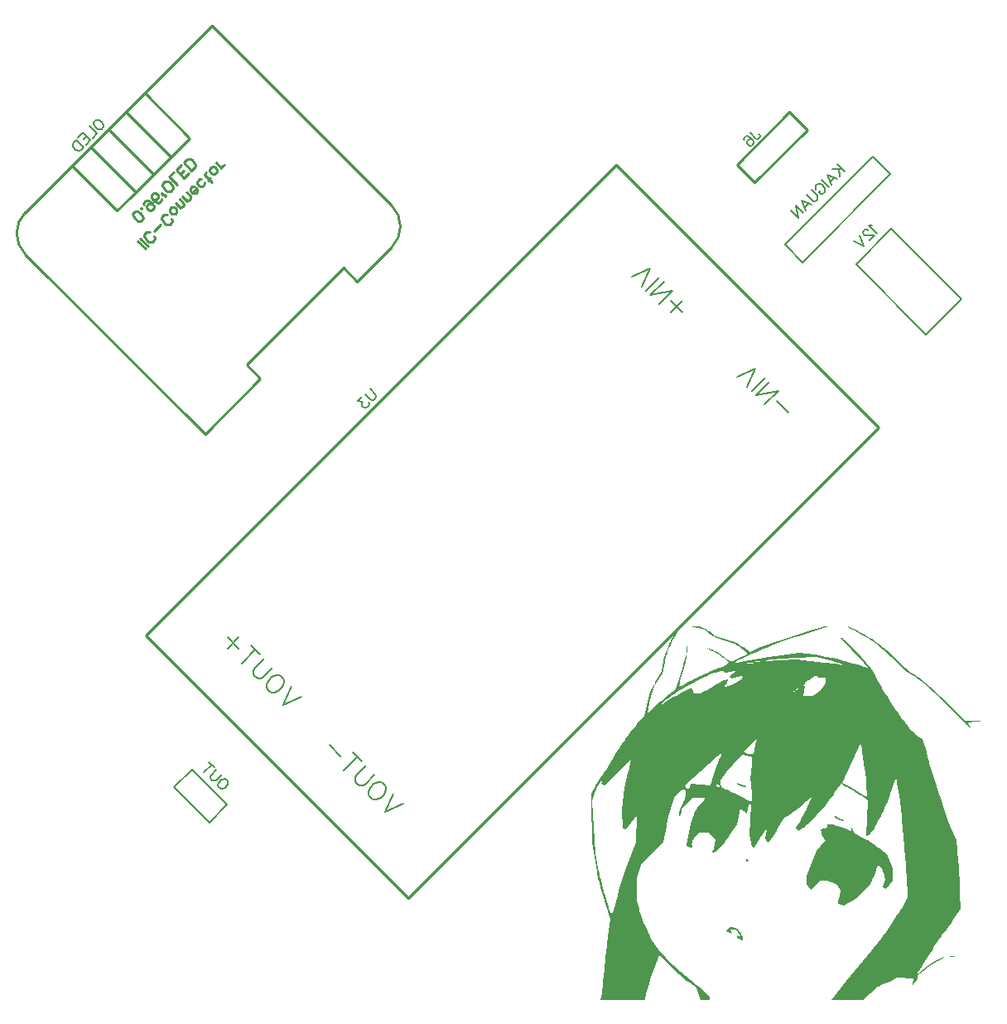
<source format=gbo>
G04 Layer: BottomSilkscreenLayer*
G04 EasyEDA v6.5.9, 2022-07-20 21:00:06*
G04 675a4c6cb2ae45bbbec233c6ba45e6eb,48182110fa554b5a8835cd683ef60cbf,10*
G04 Gerber Generator version 0.2*
G04 Scale: 100 percent, Rotated: No, Reflected: No *
G04 Dimensions in millimeters *
G04 leading zeros omitted , absolute positions ,4 integer and 5 decimal *
%FSLAX45Y45*%
%MOMM*%

%ADD10C,0.1524*%
%ADD11C,0.2500*%
%ADD12C,0.2032*%
%ADD13C,0.1999*%
%ADD14C,0.2540*%
%ADD15C,0.0141*%

%LPD*%
G36*
X1843532Y-1109726D02*
G01*
X1840230Y-1110284D01*
X1836572Y-1111961D01*
X1832660Y-1114653D01*
X1828444Y-1118311D01*
X1823974Y-1122984D01*
X1819249Y-1128522D01*
X1814271Y-1134973D01*
X1809140Y-1142187D01*
X1803806Y-1150213D01*
X1792681Y-1168349D01*
X1781098Y-1189024D01*
X1769160Y-1211884D01*
X1757121Y-1236573D01*
X1745030Y-1262634D01*
X1733143Y-1289812D01*
X1721612Y-1317701D01*
X1710588Y-1345895D01*
X1697786Y-1381099D01*
X1688490Y-1408734D01*
X1680260Y-1435557D01*
X1673199Y-1461109D01*
X1667510Y-1485138D01*
X1665274Y-1496415D01*
X1661566Y-1519174D01*
X1659077Y-1532839D01*
X1656130Y-1546148D01*
X1652879Y-1558848D01*
X1649323Y-1570482D01*
X1645666Y-1580743D01*
X1641957Y-1589328D01*
X1640179Y-1592834D01*
X1638350Y-1595831D01*
X1631442Y-1605280D01*
X1626870Y-1612239D01*
X1615744Y-1630578D01*
X1602740Y-1653387D01*
X1588770Y-1678939D01*
X1581759Y-1692198D01*
X1536649Y-1779828D01*
X1477568Y-2020570D01*
X1401267Y-2107742D01*
X1387906Y-2123694D01*
X1374089Y-2140610D01*
X1359916Y-2158390D01*
X1330756Y-2196439D01*
X1315923Y-2216454D01*
X1293368Y-2247544D01*
X1278280Y-2268829D01*
X1248257Y-2312416D01*
X1222400Y-2351227D01*
X1196822Y-2390952D01*
X2494788Y-2390952D01*
X2623261Y-2264816D01*
X2610459Y-2320391D01*
X2598064Y-2378608D01*
X2590495Y-2416657D01*
X2562402Y-2416454D01*
X2556357Y-2416149D01*
X2549956Y-2415387D01*
X2543352Y-2414168D01*
X2536799Y-2412593D01*
X2530398Y-2410714D01*
X2524455Y-2408529D01*
X2519121Y-2406142D01*
X2514549Y-2403602D01*
X2494788Y-2390952D01*
X1196822Y-2390952D01*
X1183436Y-2412339D01*
X1160119Y-2450642D01*
X1127201Y-2506675D01*
X1112062Y-2531516D01*
X1092657Y-2562148D01*
X1077468Y-2585262D01*
X1063244Y-2606141D01*
X1050594Y-2623870D01*
X1039571Y-2638247D01*
X1026972Y-2655417D01*
X1013663Y-2675280D01*
X1006906Y-2685796D01*
X990549Y-2712821D01*
X978712Y-2733903D01*
X973480Y-2743860D01*
X937006Y-2819298D01*
X937748Y-2895701D01*
X944676Y-2895701D01*
X960780Y-2837383D01*
X965200Y-2823311D01*
X970229Y-2808935D01*
X975664Y-2794457D01*
X981557Y-2780131D01*
X987653Y-2766110D01*
X994003Y-2752598D01*
X1000455Y-2739745D01*
X1006856Y-2727756D01*
X1013206Y-2716885D01*
X1019352Y-2707182D01*
X1025245Y-2699004D01*
X1030732Y-2692400D01*
X1035761Y-2687624D01*
X1038098Y-2685999D01*
X1053693Y-2676347D01*
X1037183Y-2719425D01*
X1065276Y-2736799D01*
X1342948Y-2462834D01*
X1319123Y-2554071D01*
X1304493Y-2612948D01*
X1298143Y-2639822D01*
X1287119Y-2689656D01*
X1281226Y-2718765D01*
X1277675Y-2737662D01*
X1893316Y-2737662D01*
X2133701Y-2515971D01*
X2186127Y-2468422D01*
X2206701Y-2450338D01*
X2223719Y-2435961D01*
X2230983Y-2430119D01*
X2243074Y-2421178D01*
X2247950Y-2418029D01*
X2252116Y-2415743D01*
X2255570Y-2414320D01*
X2258314Y-2413711D01*
X2260447Y-2413965D01*
X2261870Y-2415082D01*
X2262733Y-2416962D01*
X2262936Y-2419705D01*
X2262632Y-2423210D01*
X2260346Y-2432558D01*
X2256078Y-2445004D01*
X2249982Y-2460447D01*
X2222804Y-2524404D01*
X2212238Y-2550515D01*
X2201976Y-2577033D01*
X2192426Y-2603042D01*
X2183942Y-2627477D01*
X2176830Y-2649372D01*
X2171547Y-2667660D01*
X2167336Y-2684272D01*
X2250541Y-2684272D01*
X2342032Y-2569362D01*
X2361133Y-2546197D01*
X2380183Y-2523744D01*
X2398420Y-2502763D01*
X2415133Y-2484170D01*
X2429611Y-2468676D01*
X2441194Y-2457145D01*
X2481580Y-2420721D01*
X2548077Y-2435453D01*
X2555036Y-2437485D01*
X2560828Y-2439771D01*
X2565603Y-2442616D01*
X2567584Y-2444343D01*
X2569311Y-2446274D01*
X2570835Y-2448407D01*
X2572156Y-2450896D01*
X2573274Y-2453640D01*
X2574848Y-2460142D01*
X2575712Y-2468270D01*
X2575915Y-2478125D01*
X2575610Y-2490063D01*
X2573477Y-2520797D01*
X2560777Y-2674061D01*
X2564738Y-2711500D01*
X3498138Y-2711500D01*
X3603955Y-2487066D01*
X3652215Y-2382875D01*
X3667099Y-2349754D01*
X3671315Y-2339949D01*
X3684778Y-2306167D01*
X3693769Y-2329637D01*
X3696106Y-2338578D01*
X3699662Y-2356358D01*
X3706520Y-2397658D01*
X3714394Y-2451100D01*
X3722624Y-2512568D01*
X3728770Y-2561336D01*
X3733698Y-2602382D01*
X3741521Y-2673604D01*
X3746906Y-2730042D01*
X3755542Y-2837535D01*
X3745585Y-2843631D01*
X3744417Y-2843936D01*
X3742639Y-2843784D01*
X3737101Y-2842310D01*
X3729380Y-2839262D01*
X3719576Y-2834843D01*
X3707993Y-2829102D01*
X3694836Y-2822194D01*
X3680358Y-2814269D01*
X3648456Y-2795828D01*
X3582060Y-2755493D01*
X3553612Y-2738678D01*
X3531057Y-2725775D01*
X3516426Y-2718003D01*
X3512718Y-2716377D01*
X3498138Y-2711500D01*
X2564738Y-2711500D01*
X2577642Y-2834843D01*
X2578608Y-2846374D01*
X2579217Y-2856636D01*
X2579420Y-2865628D01*
X2579166Y-2873349D01*
X2578354Y-2879852D01*
X2577795Y-2882646D01*
X2576118Y-2887370D01*
X2575052Y-2889300D01*
X2573832Y-2890977D01*
X2572410Y-2892348D01*
X2570835Y-2893415D01*
X2569057Y-2894279D01*
X2567076Y-2894838D01*
X2564892Y-2895142D01*
X2562504Y-2895193D01*
X2557068Y-2894482D01*
X2550668Y-2892856D01*
X2543302Y-2890215D01*
X2534920Y-2886710D01*
X2514854Y-2876956D01*
X2489962Y-2863951D01*
X2459837Y-2847848D01*
X2421890Y-2827985D01*
X2392629Y-2813253D01*
X2365908Y-2800299D01*
X2343048Y-2789732D01*
X2325471Y-2782265D01*
X2319121Y-2779877D01*
X2309723Y-2776778D01*
X2303068Y-2773984D01*
X2296718Y-2770835D01*
X2290622Y-2767330D01*
X2284933Y-2763418D01*
X2279548Y-2759202D01*
X2274570Y-2754680D01*
X2269998Y-2749905D01*
X2265832Y-2744927D01*
X2262124Y-2739694D01*
X2258923Y-2734310D01*
X2256231Y-2728722D01*
X2254046Y-2723083D01*
X2252421Y-2717292D01*
X2251405Y-2711450D01*
X2250948Y-2705557D01*
X2250541Y-2684272D01*
X2167336Y-2684272D01*
X2155560Y-2731262D01*
X2210917Y-2731262D01*
X2211933Y-2726436D01*
X2214676Y-2723032D01*
X2218690Y-2721102D01*
X2223617Y-2720644D01*
X2228951Y-2721508D01*
X2234336Y-2723845D01*
X2239264Y-2727502D01*
X2243378Y-2732582D01*
X2250948Y-2744876D01*
X2239416Y-2752039D01*
X2234488Y-2754071D01*
X2229561Y-2754528D01*
X2224786Y-2753461D01*
X2220366Y-2751074D01*
X2216556Y-2747467D01*
X2213610Y-2742895D01*
X2211628Y-2737408D01*
X2210917Y-2731262D01*
X2155560Y-2731262D01*
X2154631Y-2734970D01*
X1950770Y-2717190D01*
X1935429Y-2775864D01*
X1918919Y-2770378D01*
X1912112Y-2767126D01*
X1905863Y-2762453D01*
X1900885Y-2756966D01*
X1897837Y-2751277D01*
X1893316Y-2737662D01*
X1277675Y-2737662D01*
X1274064Y-2757932D01*
X1269593Y-2785364D01*
X1265529Y-2812897D01*
X1261872Y-2840837D01*
X1245362Y-2977692D01*
X1253845Y-3175457D01*
X1293418Y-3182010D01*
X1402791Y-3037128D01*
X1389430Y-3320948D01*
X1315516Y-3512210D01*
X1297228Y-3561079D01*
X1272794Y-3629304D01*
X1261618Y-3662121D01*
X1254455Y-3683812D01*
X1238910Y-3732987D01*
X1230426Y-3760978D01*
X1215186Y-3813505D01*
X1201318Y-3863695D01*
X1186738Y-3918305D01*
X1176934Y-3954170D01*
X1167536Y-3986479D01*
X1158900Y-4013860D01*
X1151534Y-4035094D01*
X1148435Y-4042918D01*
X1145794Y-4048760D01*
X1143711Y-4052366D01*
X1142847Y-4053281D01*
X1142136Y-4053636D01*
X1140866Y-4053027D01*
X1139342Y-4051350D01*
X1137513Y-4048658D01*
X1133195Y-4040124D01*
X1128014Y-4027881D01*
X1122019Y-4012234D01*
X1115364Y-3993489D01*
X1108151Y-3972001D01*
X1100429Y-3948074D01*
X1083970Y-3894429D01*
X1075385Y-3865270D01*
X1064564Y-3827424D01*
X1051661Y-3780739D01*
X1043279Y-3749344D01*
X1031240Y-3702710D01*
X1021994Y-3665016D01*
X1015187Y-3636060D01*
X1008989Y-3608578D01*
X1003604Y-3582873D01*
X972007Y-3426561D01*
X944676Y-2895701D01*
X937748Y-2895701D01*
X941832Y-3320948D01*
X972159Y-3510432D01*
X981405Y-3565753D01*
X989939Y-3612997D01*
X996238Y-3644900D01*
X1000607Y-3665270D01*
X1005179Y-3685286D01*
X1010056Y-3705351D01*
X1015339Y-3725875D01*
X1029106Y-3775710D01*
X1044194Y-3827068D01*
X1129639Y-4106976D01*
X1105814Y-4279442D01*
X1094740Y-4371594D01*
X1087170Y-4439259D01*
X1081125Y-4495901D01*
X1069289Y-4614672D01*
X1062939Y-4680508D01*
X1055928Y-4746447D01*
X1049121Y-4804410D01*
X1045921Y-4829352D01*
X1040130Y-4869027D01*
X1037691Y-4882946D01*
X1035608Y-4892344D01*
X1034694Y-4895189D01*
X1023467Y-4924907D01*
X1484884Y-4924907D01*
X1484934Y-4905349D01*
X1485544Y-4901184D01*
X1488389Y-4888230D01*
X1493215Y-4869738D01*
X1499768Y-4846624D01*
X1516837Y-4789728D01*
X1537462Y-4724298D01*
X1562150Y-4649063D01*
X1582978Y-4588205D01*
X1592275Y-4562144D01*
X1600504Y-4540097D01*
X1607312Y-4522978D01*
X1612493Y-4511548D01*
X1631594Y-4474464D01*
X1765757Y-4602073D01*
X1807768Y-4640783D01*
X1834388Y-4664608D01*
X1875231Y-4700270D01*
X1894027Y-4716221D01*
X1911197Y-4730445D01*
X1926336Y-4742637D01*
X1939086Y-4752390D01*
X2008378Y-4803546D01*
X2054707Y-4924907D01*
X2144928Y-4924907D01*
X2144826Y-4906314D01*
X2144064Y-4903063D01*
X2142591Y-4899355D01*
X2140356Y-4895138D01*
X2137359Y-4890465D01*
X2133650Y-4885385D01*
X2129180Y-4879797D01*
X2118055Y-4867249D01*
X2111349Y-4860290D01*
X2100021Y-4849063D01*
X2082292Y-4832451D01*
X2061718Y-4814062D01*
X2038248Y-4793945D01*
X2011883Y-4772050D01*
X1982724Y-4748479D01*
X1950770Y-4723130D01*
X1895957Y-4680153D01*
X1872335Y-4661154D01*
X1849831Y-4642662D01*
X1823212Y-4620209D01*
X1793290Y-4594047D01*
X1769821Y-4572660D01*
X1751888Y-4555744D01*
X1730451Y-4534712D01*
X1718005Y-4522114D01*
X1693976Y-4496765D01*
X1674622Y-4475327D01*
X1655775Y-4453432D01*
X1644650Y-4440072D01*
X1622552Y-4412589D01*
X1550416Y-4319879D01*
X1490827Y-4185361D01*
X1480972Y-4161840D01*
X1471117Y-4137355D01*
X1459230Y-4106316D01*
X1450187Y-4081881D01*
X1441907Y-4058412D01*
X1434592Y-4036466D01*
X1428394Y-4016705D01*
X1423568Y-3999636D01*
X1401318Y-3915003D01*
X1399032Y-3677361D01*
X1448917Y-3532174D01*
X1673961Y-3309010D01*
X1701342Y-3157524D01*
X1706778Y-3130854D01*
X1712823Y-3103118D01*
X1722780Y-3060750D01*
X1729790Y-3033064D01*
X1736801Y-3006547D01*
X1743760Y-2981909D01*
X1750466Y-2959811D01*
X1753666Y-2949905D01*
X1788769Y-2846832D01*
X1824126Y-2809951D01*
X1830730Y-2803296D01*
X1837283Y-2797302D01*
X1843684Y-2791917D01*
X1849882Y-2787192D01*
X1855927Y-2783078D01*
X1861667Y-2779725D01*
X1867103Y-2777032D01*
X1872183Y-2775051D01*
X1876907Y-2773781D01*
X1881174Y-2773222D01*
X1884984Y-2773476D01*
X1888236Y-2774442D01*
X1890979Y-2776220D01*
X1893112Y-2778760D01*
X1894586Y-2782112D01*
X1895449Y-2786278D01*
X1896414Y-2798572D01*
X1896922Y-2810205D01*
X1896821Y-2821381D01*
X1896059Y-2832252D01*
X1894687Y-2843072D01*
X1892604Y-2853944D01*
X1889810Y-2865120D01*
X1886204Y-2876702D01*
X1881733Y-2888996D01*
X1876450Y-2902102D01*
X1870252Y-2916174D01*
X1856130Y-2946603D01*
X1849577Y-2961589D01*
X1843684Y-2976118D01*
X1838502Y-2989783D01*
X1834235Y-3002229D01*
X1831035Y-3012998D01*
X1828952Y-3021736D01*
X1828241Y-3027984D01*
X1828088Y-3051860D01*
X1841296Y-3043732D01*
X1843938Y-3041497D01*
X1846427Y-3038297D01*
X1848662Y-3034284D01*
X1850643Y-3029610D01*
X1852218Y-3024378D01*
X1853438Y-3018790D01*
X1854250Y-3012998D01*
X1854504Y-3007156D01*
X1854504Y-2978708D01*
X1965604Y-2865475D01*
X2092147Y-2865475D01*
X2092147Y-2876245D01*
X2091334Y-2879140D01*
X2089099Y-2883306D01*
X2085492Y-2888589D01*
X2080768Y-2894685D01*
X2075027Y-2901492D01*
X2068474Y-2908757D01*
X2061260Y-2916326D01*
X2053488Y-2923997D01*
X2014829Y-2961030D01*
X1987499Y-3025495D01*
X1981454Y-3041548D01*
X1974697Y-3061563D01*
X1967433Y-3084728D01*
X1959864Y-3110331D01*
X1952243Y-3137458D01*
X1941322Y-3179521D01*
X1934616Y-3207207D01*
X1903171Y-3344672D01*
X1926996Y-3362096D01*
X1931974Y-3365449D01*
X1937105Y-3368294D01*
X1942236Y-3370579D01*
X1947164Y-3372307D01*
X1951786Y-3373374D01*
X1955952Y-3373780D01*
X1959457Y-3373475D01*
X1962251Y-3372408D01*
X1973732Y-3365296D01*
X1965706Y-3352292D01*
X1963928Y-3348837D01*
X1962708Y-3344976D01*
X1961845Y-3340709D01*
X1961489Y-3336086D01*
X1961540Y-3331159D01*
X1961997Y-3325977D01*
X1962810Y-3320542D01*
X1964029Y-3314903D01*
X1965604Y-3309162D01*
X1969770Y-3297377D01*
X1975205Y-3285540D01*
X1981758Y-3274009D01*
X1989328Y-3263138D01*
X1993493Y-3258007D01*
X1997811Y-3253181D01*
X2002383Y-3248710D01*
X2031085Y-3221939D01*
X2132939Y-3221939D01*
X2200452Y-3289452D01*
X2193594Y-3337509D01*
X2191410Y-3349802D01*
X2188768Y-3362147D01*
X2185873Y-3373932D01*
X2182876Y-3384550D01*
X2179929Y-3393338D01*
X2168499Y-3419957D01*
X2182114Y-3419957D01*
X2186635Y-3419449D01*
X2191715Y-3417925D01*
X2197252Y-3415385D01*
X2203297Y-3411931D01*
X2209850Y-3407511D01*
X2216810Y-3402177D01*
X2224176Y-3395929D01*
X2231948Y-3388868D01*
X2248611Y-3372154D01*
X2257450Y-3362604D01*
X2275992Y-3341166D01*
X2295601Y-3316884D01*
X2316022Y-3289808D01*
X2326538Y-3275380D01*
X2347976Y-3244646D01*
X2422804Y-3134410D01*
X2455621Y-2973578D01*
X2526334Y-3025089D01*
X2543911Y-2931515D01*
X2568956Y-2931515D01*
X2552598Y-3241751D01*
X2574340Y-3358489D01*
X2604922Y-3368649D01*
X2664968Y-3265830D01*
X2684729Y-3232962D01*
X2692958Y-3219856D01*
X2700172Y-3208934D01*
X2706319Y-3200196D01*
X2711551Y-3193592D01*
X2715869Y-3189071D01*
X2717698Y-3187598D01*
X2719324Y-3186684D01*
X2720695Y-3186226D01*
X2721914Y-3186277D01*
X2722880Y-3186887D01*
X2723692Y-3187954D01*
X2724302Y-3189528D01*
X2724759Y-3191611D01*
X2725115Y-3197199D01*
X2724759Y-3204718D01*
X2723794Y-3214166D01*
X2722270Y-3225495D01*
X2713431Y-3281324D01*
X2736951Y-3319221D01*
X2760929Y-3299256D01*
X2764942Y-3294938D01*
X2769920Y-3288944D01*
X2782011Y-3272637D01*
X2796489Y-3251555D01*
X2812491Y-3226866D01*
X2829255Y-3199739D01*
X2841802Y-3178505D01*
X2902102Y-3074720D01*
X2965856Y-3030880D01*
X2982569Y-3018840D01*
X3002076Y-3004261D01*
X3023412Y-2987903D01*
X3056991Y-2961386D01*
X3084525Y-2938983D01*
X3137204Y-2895041D01*
X3163519Y-2873857D01*
X3173628Y-2866085D01*
X3181299Y-2860497D01*
X3186125Y-2857398D01*
X3187395Y-2856890D01*
X3187852Y-2857093D01*
X3187293Y-2859938D01*
X3185769Y-2864713D01*
X3179927Y-2879293D01*
X3171037Y-2899460D01*
X3159658Y-2923946D01*
X3146450Y-2951480D01*
X3132074Y-2980740D01*
X3117189Y-3010408D01*
X3102356Y-3039211D01*
X3088233Y-3065830D01*
X3075533Y-3088995D01*
X3064814Y-3107334D01*
X3026003Y-3170986D01*
X3053892Y-3198876D01*
X3100527Y-3170021D01*
X3105556Y-3166516D01*
X3117088Y-3157575D01*
X3130397Y-3146145D01*
X3145332Y-3132480D01*
X3161690Y-3116834D01*
X3179165Y-3099409D01*
X3197555Y-3080512D01*
X3216757Y-3060344D01*
X3236417Y-3039160D01*
X3256432Y-3017164D01*
X3281527Y-2988919D01*
X3306318Y-2960319D01*
X3325723Y-2937408D01*
X3344418Y-2914853D01*
X3366515Y-2887421D01*
X3382975Y-2866390D01*
X3398012Y-2846425D01*
X3411524Y-2827782D01*
X3417620Y-2819044D01*
X3425850Y-2806700D01*
X3448964Y-2770733D01*
X3466490Y-2744520D01*
X3479037Y-2726791D01*
X3484067Y-2720695D01*
X3484778Y-2720289D01*
X3487013Y-2720949D01*
X3491229Y-2722778D01*
X3504895Y-2729738D01*
X3524300Y-2740304D01*
X3547973Y-2753664D01*
X3574592Y-2769006D01*
X3609746Y-2789682D01*
X3644442Y-2810510D01*
X3669995Y-2826258D01*
X3692042Y-2840177D01*
X3759301Y-2884728D01*
X3742791Y-3248355D01*
X3754780Y-3248355D01*
X3758031Y-3247898D01*
X3761638Y-3246526D01*
X3765550Y-3244342D01*
X3769766Y-3241344D01*
X3774287Y-3237534D01*
X3779062Y-3232962D01*
X3784092Y-3227628D01*
X3789375Y-3221583D01*
X3800601Y-3207461D01*
X3812590Y-3190849D01*
X3825189Y-3171952D01*
X3838346Y-3151022D01*
X3851910Y-3128264D01*
X3865778Y-3103930D01*
X3879748Y-3078226D01*
X3893769Y-3051352D01*
X3907688Y-3023616D01*
X3921353Y-2995168D01*
X3934714Y-2966313D01*
X3950766Y-2929890D01*
X3962857Y-2900832D01*
X3974236Y-2872079D01*
X3982212Y-2850845D01*
X3991965Y-2823108D01*
X4000652Y-2796336D01*
X4021988Y-2728214D01*
X4031030Y-2700274D01*
X4041495Y-2669438D01*
X4050284Y-2647696D01*
X4069334Y-2758694D01*
X4074769Y-2793288D01*
X4081729Y-2841548D01*
X4089501Y-2900375D01*
X4098696Y-2976626D01*
X4106468Y-3045968D01*
X4112006Y-3098698D01*
X4118762Y-3166821D01*
X4127296Y-3258159D01*
X4135932Y-3358692D01*
X4144924Y-3474415D01*
X4148988Y-3531870D01*
X4153204Y-3595674D01*
X4157014Y-3658260D01*
X4168495Y-3879799D01*
X4113784Y-3976674D01*
X4101744Y-3997147D01*
X4082491Y-4028948D01*
X4068978Y-4050690D01*
X4044187Y-4089501D01*
X4014470Y-4134561D01*
X3983736Y-4179671D01*
X3964178Y-4207611D01*
X3944620Y-4235043D01*
X3917238Y-4272483D01*
X3897884Y-4298188D01*
X3878884Y-4322927D01*
X3864000Y-4341825D01*
X3849420Y-4359910D01*
X3792118Y-4428845D01*
X3708247Y-4530496D01*
X3541217Y-4735220D01*
X3385870Y-4924907D01*
X3711701Y-4924907D01*
X3784752Y-4857699D01*
X3808526Y-4836820D01*
X3830269Y-4818837D01*
X3850335Y-4803444D01*
X3859936Y-4796637D01*
X3869283Y-4790338D01*
X3878427Y-4784547D01*
X3887470Y-4779213D01*
X3896410Y-4774336D01*
X3905351Y-4769815D01*
X3914343Y-4765649D01*
X3923436Y-4761788D01*
X3932682Y-4758182D01*
X3963822Y-4747310D01*
X3975455Y-4742840D01*
X3986936Y-4738116D01*
X3997960Y-4733290D01*
X4008221Y-4728464D01*
X4017314Y-4723841D01*
X4024934Y-4719574D01*
X4056481Y-4699152D01*
X4224121Y-4707077D01*
X4218330Y-4785715D01*
X4244238Y-4746396D01*
X4249470Y-4738116D01*
X4254296Y-4729784D01*
X4258716Y-4721504D01*
X4262577Y-4713528D01*
X4265777Y-4706162D01*
X4268165Y-4699609D01*
X4269689Y-4694072D01*
X4270248Y-4689805D01*
X4270349Y-4674971D01*
X4330598Y-4629302D01*
X4381449Y-4589678D01*
X4390186Y-4583226D01*
X4400092Y-4576318D01*
X4422495Y-4561636D01*
X4446778Y-4546752D01*
X4471060Y-4532833D01*
X4482592Y-4526584D01*
X4508804Y-4512868D01*
X4528667Y-4501540D01*
X4535271Y-4497273D01*
X4541113Y-4492650D01*
X4541926Y-4491634D01*
X4542231Y-4490821D01*
X4541977Y-4490313D01*
X4541164Y-4490059D01*
X4539792Y-4490008D01*
X4535424Y-4490821D01*
X4528870Y-4492650D01*
X4520082Y-4495647D01*
X4495952Y-4504994D01*
X4484522Y-4509820D01*
X4475734Y-4513986D01*
X4466031Y-4519117D01*
X4455617Y-4524959D01*
X4444492Y-4531512D01*
X4420870Y-4546396D01*
X4396181Y-4562957D01*
X4371390Y-4580534D01*
X4347514Y-4598314D01*
X4325620Y-4615688D01*
X4315714Y-4623968D01*
X4306671Y-4631893D01*
X4298594Y-4639310D01*
X4291634Y-4646168D01*
X4285894Y-4652365D01*
X4269028Y-4673346D01*
X4255363Y-4681778D01*
X4254093Y-4682337D01*
X4253433Y-4682032D01*
X4253280Y-4681016D01*
X4253687Y-4679238D01*
X4256024Y-4673600D01*
X4260240Y-4665472D01*
X4266234Y-4655058D01*
X4273753Y-4642713D01*
X4282744Y-4628692D01*
X4318609Y-4575200D01*
X4349445Y-4528261D01*
X4363770Y-4506061D01*
X4393793Y-4458055D01*
X4418787Y-4416450D01*
X4451146Y-4360367D01*
X4463237Y-4340910D01*
X4477207Y-4319879D01*
X4496104Y-4293108D01*
X4511344Y-4272686D01*
X4525873Y-4254398D01*
X4537456Y-4240326D01*
X4549952Y-4224426D01*
X4563872Y-4206087D01*
X4578756Y-4185920D01*
X4598009Y-4159148D01*
X4613402Y-4137202D01*
X4635296Y-4105046D01*
X4705959Y-3997401D01*
X4704943Y-3844137D01*
X4703978Y-3803294D01*
X4702302Y-3755542D01*
X4699965Y-3702913D01*
X4696307Y-3633724D01*
X4691583Y-3557778D01*
X4687824Y-3505758D01*
X4671466Y-3294532D01*
X4635347Y-3224174D01*
X4630369Y-3213404D01*
X4624628Y-3200095D01*
X4611065Y-3166516D01*
X4595063Y-3124911D01*
X4577130Y-3076498D01*
X4557725Y-3022752D01*
X4534712Y-2957525D01*
X4511090Y-2889148D01*
X4482338Y-2804160D01*
X4452467Y-2713583D01*
X4429861Y-2643022D01*
X4412132Y-2585720D01*
X4398975Y-2541320D01*
X4388764Y-2504490D01*
X4384903Y-2489352D01*
X4372914Y-2439416D01*
X4363212Y-2401163D01*
X4350613Y-2354326D01*
X4345025Y-2334971D01*
X4322368Y-2262276D01*
X4286148Y-2242870D01*
X4276902Y-2236978D01*
X4266742Y-2229358D01*
X4255770Y-2220112D01*
X4243984Y-2209292D01*
X4231538Y-2196998D01*
X4218432Y-2183333D01*
X4201160Y-2164384D01*
X4186732Y-2147773D01*
X4171797Y-2130044D01*
X4156456Y-2111197D01*
X4140708Y-2091334D01*
X4116476Y-2059787D01*
X4099966Y-2037689D01*
X4083304Y-2014829D01*
X4062222Y-1985314D01*
X4040987Y-1954834D01*
X4024020Y-1929892D01*
X4007053Y-1904492D01*
X3981754Y-1865731D01*
X3960977Y-1832965D01*
X3932478Y-1786737D01*
X3916629Y-1760270D01*
X3893565Y-1720646D01*
X3878732Y-1694383D01*
X3864406Y-1668373D01*
X3847287Y-1636268D01*
X3834231Y-1611020D01*
X3797960Y-1538782D01*
X3642563Y-1367485D01*
X3618280Y-1341374D01*
X3595166Y-1316939D01*
X3573627Y-1294688D01*
X3549650Y-1270609D01*
X3533394Y-1254861D01*
X3520135Y-1242771D01*
X3510432Y-1234744D01*
X3507028Y-1232408D01*
X3504641Y-1231239D01*
X3484879Y-1225346D01*
X3562350Y-1307998D01*
X3596284Y-1345336D01*
X3638346Y-1392631D01*
X3674110Y-1433728D01*
X3761892Y-1537462D01*
X3726789Y-1524101D01*
X3706368Y-1516837D01*
X3684676Y-1509471D01*
X3661867Y-1502105D01*
X3613353Y-1487373D01*
X3587851Y-1480108D01*
X3555136Y-1471117D01*
X3521608Y-1462278D01*
X3494379Y-1455420D01*
X3446272Y-1443837D01*
X3398113Y-1432966D01*
X3337102Y-1420266D01*
X3297580Y-1412748D01*
X3265779Y-1407160D01*
X3235198Y-1402181D01*
X3211728Y-1398727D01*
X3189376Y-1395730D01*
X3168142Y-1393240D01*
X3148228Y-1391310D01*
X3062427Y-1383893D01*
X2809240Y-1415643D01*
X2733903Y-1426006D01*
X2653233Y-1438249D01*
X2599588Y-1447190D01*
X2552954Y-1455623D01*
X2533091Y-1459534D01*
X2514626Y-1463497D01*
X2705963Y-1463497D01*
X2761132Y-1450898D01*
X2773730Y-1448866D01*
X2790952Y-1446784D01*
X2812389Y-1444701D01*
X2837383Y-1442618D01*
X2865374Y-1440637D01*
X2895904Y-1438757D01*
X2928315Y-1437030D01*
X2970682Y-1435150D01*
X3005378Y-1433880D01*
X3234029Y-1427429D01*
X3373831Y-1458417D01*
X3404311Y-1465884D01*
X3432200Y-1473250D01*
X3456178Y-1480108D01*
X3474821Y-1486154D01*
X3481781Y-1488744D01*
X3486861Y-1490980D01*
X3511245Y-1505305D01*
X3464509Y-1498295D01*
X3430270Y-1493926D01*
X3314242Y-1480261D01*
X3036620Y-1449273D01*
X2705963Y-1463497D01*
X2514626Y-1463497D01*
X2495075Y-1468221D01*
X2666390Y-1468221D01*
X2649880Y-1474927D01*
X2642158Y-1476959D01*
X2633370Y-1477670D01*
X2624582Y-1476959D01*
X2616860Y-1474927D01*
X2600350Y-1468221D01*
X2495075Y-1468221D01*
X2463088Y-1475689D01*
X2435163Y-1481429D01*
X2521153Y-1481429D01*
X2600350Y-1482445D01*
X2577033Y-1488490D01*
X2572004Y-1489608D01*
X2566670Y-1490370D01*
X2561183Y-1490776D01*
X2555748Y-1490878D01*
X2550464Y-1490624D01*
X2545588Y-1490116D01*
X2541168Y-1489202D01*
X2537409Y-1488033D01*
X2521153Y-1481429D01*
X2435163Y-1481429D01*
X2423718Y-1483461D01*
X2412136Y-1485188D01*
X2403602Y-1486052D01*
X2400604Y-1486103D01*
X2398522Y-1485900D01*
X2397404Y-1485392D01*
X2397201Y-1484985D01*
X2397252Y-1484426D01*
X2398318Y-1482953D01*
X2400503Y-1480972D01*
X2408021Y-1475790D01*
X2419502Y-1468932D01*
X2434539Y-1460652D01*
X2473807Y-1440484D01*
X2522829Y-1416608D01*
X2578557Y-1390446D01*
X2607970Y-1376934D01*
X2675636Y-1346606D01*
X2741676Y-1317955D01*
X2795676Y-1295552D01*
X2819958Y-1285849D01*
X2841955Y-1277416D01*
X2861310Y-1270355D01*
X2877616Y-1264920D01*
X2956102Y-1240028D01*
X3108452Y-1190904D01*
X3352850Y-1111046D01*
X3322675Y-1110437D01*
X3317443Y-1111046D01*
X3310382Y-1112316D01*
X3291586Y-1116634D01*
X3267354Y-1123086D01*
X3238703Y-1131366D01*
X3206800Y-1141222D01*
X3172714Y-1152245D01*
X3076143Y-1184910D01*
X2939542Y-1230223D01*
X2837586Y-1263294D01*
X2802026Y-1275080D01*
X2766212Y-1287424D01*
X2738272Y-1297381D01*
X2711602Y-1307236D01*
X2686862Y-1316685D01*
X2664663Y-1325524D01*
X2645613Y-1333449D01*
X2630373Y-1340358D01*
X2561640Y-1374140D01*
X2491435Y-1324254D01*
X2470150Y-1310030D01*
X2449931Y-1297482D01*
X2440025Y-1291742D01*
X2420467Y-1281277D01*
X2400706Y-1271828D01*
X2380335Y-1263294D01*
X2369718Y-1259281D01*
X2347417Y-1251661D01*
X2323185Y-1244295D01*
X2296617Y-1237030D01*
X2204313Y-1213256D01*
X2167737Y-1178712D01*
X2159304Y-1171803D01*
X2149703Y-1164640D01*
X2139137Y-1157427D01*
X2127961Y-1150416D01*
X2116582Y-1143762D01*
X2105304Y-1137716D01*
X2094433Y-1132484D01*
X2040178Y-1109726D01*
X1953514Y-1111961D01*
X2094738Y-1146149D01*
X2134057Y-1177747D01*
X2142845Y-1184402D01*
X2151786Y-1190752D01*
X2161032Y-1196848D01*
X2170582Y-1202791D01*
X2180488Y-1208481D01*
X2190800Y-1214018D01*
X2201621Y-1219403D01*
X2212898Y-1224635D01*
X2224735Y-1229766D01*
X2237232Y-1234846D01*
X2250389Y-1239875D01*
X2264206Y-1244854D01*
X2294280Y-1254760D01*
X2310587Y-1259789D01*
X2394254Y-1284478D01*
X2465324Y-1331518D01*
X2481427Y-1342948D01*
X2495905Y-1353870D01*
X2507996Y-1363827D01*
X2517089Y-1372260D01*
X2520340Y-1375714D01*
X2522575Y-1378610D01*
X2523744Y-1380845D01*
X2528062Y-1394510D01*
X2445613Y-1434947D01*
X2428646Y-1443075D01*
X2413863Y-1449882D01*
X2400960Y-1455318D01*
X2389581Y-1459382D01*
X2379522Y-1462024D01*
X2374900Y-1462836D01*
X2370429Y-1463294D01*
X2366162Y-1463446D01*
X2361996Y-1463192D01*
X2357983Y-1462633D01*
X2353970Y-1461719D01*
X2350008Y-1460449D01*
X2345994Y-1458823D01*
X2337816Y-1454505D01*
X2333548Y-1451864D01*
X2324455Y-1445463D01*
X2314397Y-1437640D01*
X2293213Y-1420622D01*
X2282748Y-1412798D01*
X2271725Y-1405026D01*
X2260193Y-1397304D01*
X2248255Y-1389684D01*
X2236063Y-1382268D01*
X2223668Y-1375105D01*
X2211171Y-1368196D01*
X2198624Y-1361592D01*
X2186228Y-1355394D01*
X2173935Y-1349603D01*
X2161946Y-1344269D01*
X2150313Y-1339494D01*
X2139137Y-1335328D01*
X2128520Y-1331772D01*
X2115566Y-1328166D01*
X2113534Y-1327912D01*
X2112314Y-1328013D01*
X2111959Y-1328521D01*
X2112416Y-1329385D01*
X2115718Y-1332179D01*
X2121966Y-1336192D01*
X2131060Y-1341424D01*
X2156815Y-1354785D01*
X2181555Y-1367180D01*
X2193239Y-1373428D01*
X2216810Y-1386890D01*
X2239772Y-1400911D01*
X2260904Y-1414830D01*
X2270404Y-1421485D01*
X2279040Y-1427835D01*
X2286558Y-1433779D01*
X2335784Y-1475994D01*
X2318562Y-1496771D01*
X2316429Y-1499006D01*
X2310384Y-1503934D01*
X2302154Y-1509369D01*
X2292146Y-1515059D01*
X2280615Y-1520952D01*
X2268016Y-1526743D01*
X2254605Y-1532331D01*
X2240788Y-1537563D01*
X2218944Y-1545031D01*
X2197709Y-1552803D01*
X2175205Y-1561490D01*
X2151583Y-1571040D01*
X2127199Y-1581302D01*
X2102256Y-1592173D01*
X2070658Y-1606397D01*
X2039162Y-1621180D01*
X2014321Y-1633270D01*
X1990089Y-1645361D01*
X1966722Y-1657451D01*
X1944471Y-1669389D01*
X1923592Y-1680972D01*
X1881581Y-1705559D01*
X1872488Y-1710639D01*
X1864461Y-1714804D01*
X1857400Y-1718106D01*
X1851406Y-1720392D01*
X1846325Y-1721662D01*
X1842211Y-1721815D01*
X1840484Y-1721459D01*
X1839010Y-1720748D01*
X1837740Y-1719783D01*
X1836724Y-1718513D01*
X1835912Y-1716887D01*
X1835302Y-1714957D01*
X1834896Y-1712671D01*
X1834743Y-1707032D01*
X1835404Y-1699971D01*
X1836826Y-1691386D01*
X1839010Y-1681225D01*
X1841906Y-1669440D01*
X1849882Y-1640738D01*
X1871472Y-1567992D01*
X1880362Y-1536700D01*
X1888337Y-1507083D01*
X1895144Y-1480108D01*
X1900580Y-1456791D01*
X1904390Y-1438097D01*
X1905609Y-1430832D01*
X1906320Y-1425041D01*
X1906524Y-1420926D01*
X1905711Y-1393545D01*
X1877466Y-1495653D01*
X1862683Y-1547215D01*
X1839975Y-1624025D01*
X1798777Y-1757680D01*
X1698904Y-1831797D01*
X1675739Y-1849526D01*
X1652016Y-1868322D01*
X1622958Y-1892147D01*
X1591962Y-1918716D01*
X1636979Y-1918716D01*
X1656334Y-1895449D01*
X1664563Y-1887016D01*
X1675384Y-1877364D01*
X1688490Y-1866747D01*
X1703730Y-1855114D01*
X1721002Y-1842719D01*
X1740052Y-1829511D01*
X1760677Y-1815744D01*
X1782775Y-1801469D01*
X1812036Y-1783029D01*
X1842922Y-1764131D01*
X1875028Y-1745030D01*
X1901342Y-1729689D01*
X1934718Y-1710689D01*
X1968347Y-1692046D01*
X2008428Y-1670405D01*
X2041245Y-1653286D01*
X2073097Y-1637131D01*
X2097684Y-1625092D01*
X2121255Y-1613916D01*
X2143658Y-1603756D01*
X2164638Y-1594662D01*
X2184095Y-1586788D01*
X2201773Y-1580235D01*
X2279599Y-1554683D01*
X2299004Y-1586077D01*
X2362911Y-1571752D01*
X2378303Y-1568704D01*
X2390241Y-1566824D01*
X2395016Y-1566367D01*
X2398928Y-1566265D01*
X2402027Y-1566468D01*
X2404364Y-1567027D01*
X2405837Y-1567942D01*
X2406599Y-1569212D01*
X2406548Y-1570837D01*
X2405735Y-1572869D01*
X2404160Y-1575257D01*
X2401824Y-1578051D01*
X2394966Y-1584858D01*
X2385212Y-1593342D01*
X2349550Y-1622298D01*
X2368397Y-1641246D01*
X2430221Y-1625600D01*
X2440635Y-1623314D01*
X2449779Y-1621688D01*
X2457754Y-1620672D01*
X2464511Y-1620266D01*
X2470099Y-1620418D01*
X2474620Y-1621129D01*
X2478024Y-1622298D01*
X2480411Y-1623974D01*
X2481224Y-1624990D01*
X2481783Y-1626107D01*
X2482189Y-1628597D01*
X2481630Y-1631492D01*
X2480157Y-1634744D01*
X2477770Y-1638300D01*
X2474620Y-1642160D01*
X2470607Y-1646275D01*
X2465832Y-1650593D01*
X2460345Y-1655114D01*
X2454097Y-1659839D01*
X2447239Y-1664665D01*
X2439670Y-1669592D01*
X2422855Y-1679600D01*
X2413609Y-1684680D01*
X2393645Y-1694688D01*
X2382977Y-1699564D01*
X2360472Y-1709013D01*
X2348738Y-1713484D01*
X2338824Y-1716989D01*
X3091332Y-1716989D01*
X3115310Y-1690624D01*
X3121609Y-1684832D01*
X3129432Y-1678330D01*
X3138474Y-1671370D01*
X3148482Y-1664157D01*
X3159150Y-1656892D01*
X3170123Y-1649831D01*
X3181146Y-1643176D01*
X3238703Y-1610766D01*
X3255416Y-1637792D01*
X3333038Y-1637792D01*
X3333038Y-1661617D01*
X3332835Y-1665122D01*
X3332226Y-1668983D01*
X3331210Y-1673098D01*
X3328060Y-1682089D01*
X3323590Y-1691944D01*
X3317900Y-1702409D01*
X3311144Y-1713382D01*
X3303422Y-1724660D01*
X3294989Y-1735988D01*
X3285896Y-1747215D01*
X3276295Y-1758137D01*
X3266389Y-1768551D01*
X3256279Y-1778254D01*
X3246069Y-1787093D01*
X3235960Y-1794865D01*
X3194456Y-1822399D01*
X3105150Y-1822602D01*
X3119323Y-1716989D01*
X2338824Y-1716989D01*
X2330551Y-1719783D01*
X2286609Y-1733092D01*
X2312517Y-1695907D01*
X2320239Y-1683207D01*
X2326030Y-1671878D01*
X2328062Y-1667103D01*
X2329281Y-1663242D01*
X2329738Y-1660347D01*
X2329738Y-1649222D01*
X2295601Y-1660143D01*
X2284882Y-1664563D01*
X2272284Y-1670405D01*
X2258517Y-1677365D01*
X2244394Y-1685036D01*
X2230678Y-1693011D01*
X2211222Y-1705000D01*
X2190343Y-1717548D01*
X2142947Y-1745183D01*
X2120087Y-1758137D01*
X2076250Y-1782470D01*
X2994609Y-1782470D01*
X2994761Y-1780895D01*
X2996234Y-1778457D01*
X2998927Y-1775256D01*
X3002737Y-1771345D01*
X3007563Y-1766824D01*
X3013252Y-1761896D01*
X3026765Y-1751279D01*
X3040176Y-1741830D01*
X3046323Y-1737918D01*
X3051860Y-1734718D01*
X3056585Y-1732280D01*
X3060344Y-1730705D01*
X3062986Y-1730197D01*
X3064205Y-1730705D01*
X3064052Y-1732280D01*
X3062579Y-1734718D01*
X3059887Y-1737918D01*
X3051302Y-1746351D01*
X3039008Y-1756613D01*
X3032099Y-1761896D01*
X3018637Y-1771345D01*
X3012490Y-1775256D01*
X3006953Y-1778457D01*
X3002229Y-1780895D01*
X2998470Y-1782470D01*
X2995828Y-1782978D01*
X2994609Y-1782470D01*
X2076250Y-1782470D01*
X2051557Y-1796186D01*
X1984044Y-1796186D01*
X1970227Y-1743405D01*
X1948688Y-1743456D01*
X1946148Y-1743659D01*
X1939594Y-1745234D01*
X1931212Y-1748231D01*
X1921357Y-1752549D01*
X1910384Y-1757883D01*
X1898548Y-1764182D01*
X1886305Y-1771294D01*
X1873859Y-1778965D01*
X1859584Y-1788312D01*
X1843786Y-1798320D01*
X1829257Y-1807108D01*
X1816607Y-1814271D01*
X1806549Y-1819402D01*
X1802688Y-1821129D01*
X1799742Y-1822145D01*
X1796288Y-1822805D01*
X1791258Y-1824736D01*
X1783638Y-1828393D01*
X1773834Y-1833575D01*
X1749094Y-1847799D01*
X1719783Y-1865782D01*
X1636979Y-1918716D01*
X1591962Y-1918716D01*
X1577492Y-1931670D01*
X1562303Y-1946046D01*
X1508048Y-2000808D01*
X1515668Y-1949856D01*
X1518920Y-1932686D01*
X1523695Y-1911197D01*
X1529689Y-1886661D01*
X1536446Y-1860448D01*
X1543761Y-1833981D01*
X1576628Y-1723593D01*
X1663954Y-1591411D01*
X1684172Y-1482496D01*
X1689557Y-1457604D01*
X1695500Y-1433525D01*
X1698650Y-1421688D01*
X1705457Y-1398473D01*
X1709115Y-1387043D01*
X1714957Y-1370025D01*
X1723389Y-1347470D01*
X1732635Y-1324965D01*
X1742744Y-1302410D01*
X1753768Y-1279601D01*
X1765807Y-1256436D01*
X1782318Y-1226667D01*
X1796796Y-1202029D01*
X1805889Y-1186992D01*
X1815693Y-1170228D01*
X1824329Y-1154836D01*
X1831644Y-1141120D01*
X1837486Y-1129436D01*
X1841652Y-1120140D01*
X1843938Y-1113586D01*
X1844344Y-1111504D01*
X1844192Y-1110183D01*
G37*
G36*
X3557473Y-1109776D02*
G01*
X3556203Y-1109980D01*
X3555593Y-1110488D01*
X3555695Y-1111300D01*
X3556457Y-1112469D01*
X3559860Y-1115669D01*
X3565601Y-1119987D01*
X3573526Y-1125270D01*
X3583482Y-1131417D01*
X3608781Y-1145895D01*
X3669690Y-1178052D01*
X3697986Y-1193444D01*
X3730396Y-1211986D01*
X3761435Y-1230782D01*
X3776522Y-1240332D01*
X3796284Y-1253286D01*
X3825392Y-1273352D01*
X3849319Y-1290828D01*
X3877970Y-1312875D01*
X3897122Y-1328369D01*
X3916476Y-1344472D01*
X3936085Y-1361389D01*
X3956050Y-1379118D01*
X3976471Y-1397711D01*
X4002735Y-1422349D01*
X4024477Y-1443228D01*
X4158132Y-1573022D01*
X4219295Y-1608937D01*
X4237736Y-1620520D01*
X4250893Y-1629410D01*
X4264710Y-1639163D01*
X4279239Y-1649831D01*
X4302302Y-1667560D01*
X4318508Y-1680514D01*
X4339742Y-1697888D01*
X4375810Y-1728622D01*
X4414469Y-1762861D01*
X4439920Y-1786026D01*
X4488281Y-1831136D01*
X4533900Y-1874875D01*
X4594402Y-1934260D01*
X4698085Y-2038654D01*
X4743754Y-2083765D01*
X4763058Y-2102408D01*
X4779721Y-2118156D01*
X4793437Y-2130755D01*
X4804054Y-2140000D01*
X4811268Y-2145690D01*
X4813503Y-2147112D01*
X4814824Y-2147519D01*
X4815128Y-2147366D01*
X4814976Y-2146300D01*
X4813808Y-2144166D01*
X4783328Y-2099716D01*
X4800752Y-2093569D01*
X4807508Y-2091791D01*
X4817668Y-2089861D01*
X4830521Y-2087880D01*
X4845304Y-2085949D01*
X4861204Y-2084222D01*
X4877612Y-2082749D01*
X4936998Y-2078024D01*
X4749393Y-2073402D01*
X4624578Y-1941372D01*
X4600651Y-1916734D01*
X4580991Y-1896922D01*
X4550765Y-1867204D01*
X4509617Y-1827885D01*
X4468012Y-1789531D01*
X4436872Y-1761642D01*
X4396028Y-1726133D01*
X4371035Y-1705152D01*
X4346752Y-1685188D01*
X4327855Y-1670100D01*
X4309567Y-1655825D01*
X4283405Y-1636115D01*
X4266895Y-1624228D01*
X4251248Y-1613408D01*
X4222394Y-1594053D01*
X4205833Y-1581708D01*
X4187291Y-1567129D01*
X4167378Y-1550720D01*
X4146448Y-1532890D01*
X4119778Y-1509268D01*
X4103878Y-1494688D01*
X4083151Y-1475181D01*
X4042613Y-1435303D01*
X4022293Y-1415694D01*
X4002481Y-1397000D01*
X3978300Y-1374800D01*
X3959199Y-1357934D01*
X3935628Y-1337818D01*
X3921506Y-1326184D01*
X3897884Y-1307439D01*
X3878783Y-1292910D01*
X3854551Y-1275283D01*
X3829659Y-1258011D01*
X3803904Y-1240993D01*
X3782568Y-1227429D01*
X3754831Y-1210462D01*
X3731615Y-1196746D01*
X3707384Y-1182827D01*
X3678783Y-1166825D01*
X3647643Y-1150112D01*
X3618992Y-1135481D01*
X3594150Y-1123594D01*
X3583533Y-1118819D01*
X3574440Y-1115009D01*
X3566922Y-1112164D01*
X3561232Y-1110386D01*
G37*
G36*
X1917446Y-1301140D02*
G01*
X1911400Y-1324254D01*
X1910334Y-1329334D01*
X1909521Y-1335024D01*
X1909064Y-1341120D01*
X1908911Y-1347368D01*
X1909064Y-1353616D01*
X1909521Y-1359662D01*
X1910334Y-1365351D01*
X1911400Y-1370431D01*
X1917446Y-1393545D01*
G37*
G36*
X2425446Y-2708148D02*
G01*
X2424176Y-2708554D01*
X2423109Y-2710484D01*
X2422398Y-2713634D01*
X2422144Y-2717647D01*
X2422804Y-2719781D01*
X2424734Y-2722219D01*
X2427782Y-2724861D01*
X2431796Y-2727655D01*
X2436672Y-2730550D01*
X2448509Y-2736494D01*
X2462174Y-2742285D01*
X2476652Y-2747568D01*
X2490927Y-2751988D01*
X2503881Y-2755138D01*
X2509621Y-2756103D01*
X2514600Y-2756611D01*
X2518714Y-2756611D01*
X2521915Y-2756052D01*
X2523998Y-2754884D01*
X2524861Y-2753156D01*
X2524404Y-2751074D01*
X2522728Y-2748737D01*
X2519984Y-2746197D01*
X2516225Y-2743555D01*
X2511552Y-2740863D01*
X2506065Y-2738272D01*
X2499918Y-2735732D01*
G37*
G36*
X3421278Y-3050133D02*
G01*
X3419500Y-3050794D01*
X3418941Y-3052216D01*
X3419398Y-3054248D01*
X3420872Y-3056788D01*
X3423259Y-3059734D01*
X3426358Y-3062986D01*
X3430168Y-3066491D01*
X3434537Y-3070098D01*
X3439363Y-3073704D01*
X3444595Y-3077260D01*
X3450082Y-3080613D01*
X3455670Y-3083712D01*
X3461359Y-3086404D01*
X3467049Y-3088640D01*
X3482136Y-3093669D01*
X3494989Y-3097479D01*
X3505454Y-3100120D01*
X3513531Y-3101644D01*
X3519170Y-3102000D01*
X3520998Y-3101797D01*
X3522218Y-3101340D01*
X3522827Y-3100578D01*
X3522776Y-3099612D01*
X3522065Y-3098342D01*
X3518611Y-3095142D01*
X3512464Y-3090976D01*
X3503523Y-3085947D01*
X3491788Y-3080004D01*
X3454806Y-3062884D01*
X3428746Y-3051302D01*
X3424326Y-3050235D01*
G37*
G36*
X3346246Y-3129534D02*
G01*
X3346246Y-3166262D01*
X3277666Y-3183483D01*
X3286404Y-3219196D01*
X3288537Y-3226765D01*
X3291281Y-3234537D01*
X3294430Y-3242360D01*
X3297936Y-3249930D01*
X3301746Y-3257042D01*
X3305606Y-3263493D01*
X3309569Y-3269081D01*
X3313379Y-3273552D01*
X3331565Y-3292144D01*
X3234029Y-3403295D01*
X3135020Y-3655364D01*
X3135020Y-3744112D01*
X3176879Y-3803853D01*
X3280308Y-3710381D01*
X3321202Y-3710381D01*
X3327095Y-3710584D01*
X3333546Y-3711092D01*
X3347669Y-3713175D01*
X3362655Y-3716375D01*
X3377793Y-3720490D01*
X3392170Y-3725367D01*
X3398875Y-3728008D01*
X3448050Y-3751173D01*
X3481578Y-3813860D01*
X3471418Y-3868064D01*
X3465118Y-3898188D01*
X3460546Y-3918254D01*
X3453384Y-3947871D01*
X3516325Y-3963670D01*
X3652215Y-3889705D01*
X3786073Y-3743401D01*
X3820007Y-3670554D01*
X3826001Y-3656787D01*
X3831539Y-3643274D01*
X3836415Y-3630320D01*
X3840632Y-3618331D01*
X3843985Y-3607663D01*
X3846322Y-3598672D01*
X3847592Y-3591661D01*
X3848760Y-3579774D01*
X3851452Y-3571087D01*
X3855364Y-3563874D01*
X3860088Y-3559200D01*
X3872280Y-3551631D01*
X3902506Y-3594303D01*
X3909822Y-3606190D01*
X3916832Y-3619042D01*
X3923233Y-3632149D01*
X3928668Y-3644798D01*
X3932783Y-3656329D01*
X3943045Y-3696715D01*
X3915460Y-3775811D01*
X3944620Y-3793794D01*
X4019499Y-3709974D01*
X4019499Y-3579114D01*
X3956253Y-3436061D01*
X3881831Y-3380079D01*
X3865016Y-3367989D01*
X3845864Y-3354730D01*
X3824935Y-3340709D01*
X3791762Y-3319322D01*
X3758488Y-3298698D01*
X3737305Y-3286150D01*
X3630066Y-3225495D01*
X3611727Y-3189782D01*
X3604920Y-3177641D01*
X3599281Y-3168751D01*
X3596944Y-3165551D01*
X3594912Y-3163163D01*
X3593236Y-3161690D01*
X3591864Y-3161030D01*
X3590848Y-3161284D01*
X3590239Y-3162350D01*
X3589985Y-3164332D01*
X3590137Y-3167227D01*
X3590645Y-3170986D01*
X3592982Y-3181248D01*
X3600246Y-3209137D01*
X3530803Y-3179419D01*
X3507689Y-3170174D01*
X3483356Y-3161182D01*
X3459734Y-3153156D01*
X3438702Y-3146653D01*
X3429711Y-3144215D01*
X3400044Y-3137458D01*
X3377437Y-3133039D01*
X3368801Y-3131616D01*
X3362756Y-3130854D01*
G37*
G36*
X2527757Y-3485946D02*
G01*
X2522626Y-3487013D01*
X2518460Y-3489858D01*
X2515616Y-3494024D01*
X2514549Y-3499154D01*
X2515616Y-3504285D01*
X2518460Y-3508501D01*
X2522626Y-3511296D01*
X2527757Y-3512362D01*
X2532888Y-3511296D01*
X2537104Y-3508501D01*
X2539949Y-3504285D01*
X2540965Y-3499154D01*
X2539949Y-3494024D01*
X2537104Y-3489858D01*
X2532888Y-3487013D01*
G37*
G36*
X2346198Y-4185615D02*
G01*
X2314854Y-4223410D01*
X2373376Y-4254703D01*
X2356967Y-4212031D01*
X2419096Y-4212031D01*
X2465019Y-4282135D01*
X2422144Y-4265676D01*
X2422144Y-4277969D01*
X2423210Y-4281881D01*
X2426055Y-4286250D01*
X2430475Y-4290923D01*
X2436012Y-4295648D01*
X2442464Y-4300270D01*
X2449372Y-4304588D01*
X2456535Y-4308449D01*
X2463495Y-4311599D01*
X2470048Y-4313885D01*
X2475738Y-4315104D01*
X2480360Y-4315053D01*
X2483459Y-4313529D01*
X2484628Y-4311700D01*
X2485237Y-4309160D01*
X2485339Y-4305960D01*
X2484983Y-4302150D01*
X2484170Y-4297832D01*
X2482951Y-4293006D01*
X2479344Y-4282287D01*
X2474468Y-4270451D01*
X2468626Y-4258056D01*
X2462022Y-4245610D01*
X2454910Y-4233621D01*
X2447544Y-4222648D01*
X2443886Y-4217619D01*
X2436672Y-4209034D01*
X2433167Y-4205579D01*
X2429865Y-4202734D01*
X2426716Y-4200601D01*
X2421229Y-4197705D01*
X2415032Y-4195064D01*
X2408275Y-4192625D01*
X2401265Y-4190492D01*
X2394102Y-4188663D01*
X2387092Y-4187291D01*
X2380386Y-4186377D01*
X2374290Y-4186021D01*
G37*
G36*
X4593742Y-4478121D02*
G01*
X4610252Y-4484776D01*
X4617974Y-4486859D01*
X4626762Y-4487570D01*
X4635550Y-4486859D01*
X4643272Y-4484776D01*
X4659782Y-4478121D01*
G37*
D10*
X3806637Y2987862D02*
G01*
X3795615Y2984187D01*
X3773573Y2984187D01*
X3850723Y2907040D01*
X3764023Y2937898D02*
G01*
X3760348Y2941573D01*
X3749327Y2945246D01*
X3741978Y2945246D01*
X3730957Y2941573D01*
X3716263Y2926877D01*
X3712590Y2915856D01*
X3712590Y2908508D01*
X3716263Y2897487D01*
X3723612Y2890141D01*
X3734633Y2886466D01*
X3753002Y2882793D01*
X3826476Y2882793D01*
X3775044Y2831360D01*
X3673647Y2884261D02*
G01*
X3721407Y2777723D01*
X3614869Y2825483D02*
G01*
X3721407Y2777723D01*
X-2785724Y-2687286D02*
G01*
X-2781952Y-2698242D01*
X-2781952Y-2712968D01*
X-2785544Y-2724104D01*
X-2793088Y-2738833D01*
X-2811409Y-2757152D01*
X-2825955Y-2764515D01*
X-2837091Y-2768109D01*
X-2851818Y-2768109D01*
X-2862775Y-2764337D01*
X-2877502Y-2749608D01*
X-2881094Y-2738833D01*
X-2881094Y-2724104D01*
X-2877502Y-2712968D01*
X-2870139Y-2698422D01*
X-2851818Y-2680101D01*
X-2837091Y-2672557D01*
X-2825955Y-2668965D01*
X-2811228Y-2668965D01*
X-2800451Y-2672557D01*
X-2785724Y-2687286D01*
X-2846611Y-2626400D02*
G01*
X-2901749Y-2681538D01*
X-2916476Y-2688722D01*
X-2931205Y-2688722D01*
X-2945752Y-2681358D01*
X-2953115Y-2673995D01*
X-2960479Y-2659448D01*
X-2960479Y-2644719D01*
X-2953296Y-2629992D01*
X-2898157Y-2574853D01*
X-2948086Y-2524922D02*
G01*
X-3025137Y-2601973D01*
X-2922404Y-2550607D02*
G01*
X-2973771Y-2499240D01*
X3449043Y3612156D02*
G01*
X3526190Y3535009D01*
X3397610Y3560724D02*
G01*
X3500475Y3560724D01*
X3463737Y3560724D02*
G01*
X3474758Y3483576D01*
X3343973Y3507087D02*
G01*
X3450511Y3459330D01*
X3343973Y3507087D02*
G01*
X3391733Y3400549D01*
X3413775Y3474024D02*
G01*
X3377036Y3437288D01*
X3290336Y3453452D02*
G01*
X3367486Y3376302D01*
X3229353Y3355731D02*
G01*
X3225680Y3366752D01*
X3225680Y3381446D01*
X3229353Y3392467D01*
X3244047Y3407161D01*
X3255068Y3410836D01*
X3269764Y3410836D01*
X3280785Y3407161D01*
X3295479Y3399815D01*
X3313849Y3381446D01*
X3321197Y3366752D01*
X3324870Y3355731D01*
X3324870Y3341034D01*
X3321197Y3330013D01*
X3306500Y3315319D01*
X3295479Y3311644D01*
X3280785Y3311644D01*
X3269764Y3315319D01*
X3258743Y3326340D01*
X3277113Y3344707D02*
G01*
X3258743Y3326340D01*
X3186737Y3349851D02*
G01*
X3241845Y3294745D01*
X3249190Y3280051D01*
X3249190Y3265355D01*
X3241845Y3250661D01*
X3234496Y3243313D01*
X3219800Y3235965D01*
X3205106Y3235965D01*
X3190412Y3243313D01*
X3135304Y3298418D01*
X3081667Y3244783D02*
G01*
X3188208Y3197024D01*
X3081667Y3244783D02*
G01*
X3129427Y3138243D01*
X3151469Y3211718D02*
G01*
X3114733Y3174982D01*
X3028033Y3191146D02*
G01*
X3105180Y3113996D01*
X3028033Y3191146D02*
G01*
X3053748Y3062564D01*
X2976600Y3139714D02*
G01*
X3053748Y3062564D01*
X2555176Y3937083D02*
G01*
X2613908Y3878353D01*
X2628816Y3870990D01*
X2635999Y3870990D01*
X2646954Y3874762D01*
X2654320Y3882125D01*
X2658089Y3893080D01*
X2658270Y3900444D01*
X2650726Y3915173D01*
X2643362Y3922537D01*
X2497884Y3857879D02*
G01*
X2494112Y3868834D01*
X2501653Y3883563D01*
X2509019Y3890926D01*
X2523566Y3898290D01*
X2542065Y3894518D01*
X2563977Y3879791D01*
X2582298Y3861470D01*
X2593433Y3843152D01*
X2593433Y3828422D01*
X2586067Y3813876D01*
X2582298Y3810104D01*
X2567749Y3802740D01*
X2553022Y3802740D01*
X2538473Y3810104D01*
X2534701Y3813876D01*
X2527338Y3828422D01*
X2527338Y3843152D01*
X2534701Y3857698D01*
X2538473Y3861470D01*
X2553022Y3868834D01*
X2567749Y3868834D01*
X2582298Y3861470D01*
X-4134721Y4062641D02*
G01*
X-4123766Y4066412D01*
X-4109036Y4066412D01*
X-4097901Y4062818D01*
X-4083174Y4055277D01*
X-4064855Y4036956D01*
X-4057492Y4022407D01*
X-4053898Y4011272D01*
X-4053898Y3996545D01*
X-4057670Y3985590D01*
X-4072399Y3970863D01*
X-4083174Y3967269D01*
X-4097901Y3967269D01*
X-4109036Y3970863D01*
X-4123585Y3978226D01*
X-4141906Y3996545D01*
X-4149448Y4011272D01*
X-4153042Y4022407D01*
X-4153042Y4037136D01*
X-4149448Y4047911D01*
X-4134721Y4062641D01*
X-4195607Y4001754D02*
G01*
X-4118556Y3924703D01*
X-4118556Y3924703D02*
G01*
X-4162739Y3880520D01*
X-4264037Y3933324D02*
G01*
X-4186986Y3856273D01*
X-4264037Y3933324D02*
G01*
X-4311812Y3885549D01*
X-4227398Y3896685D02*
G01*
X-4256674Y3867409D01*
X-4186986Y3856273D02*
G01*
X-4234761Y3808498D01*
X-4336059Y3861302D02*
G01*
X-4259008Y3784252D01*
X-4336059Y3861302D02*
G01*
X-4361741Y3835618D01*
X-4369107Y3821071D01*
X-4369107Y3806344D01*
X-4365513Y3795207D01*
X-4357969Y3780480D01*
X-4339650Y3762161D01*
X-4325101Y3754798D01*
X-4313966Y3751204D01*
X-4299239Y3751204D01*
X-4284692Y3758567D01*
X-4259008Y3784252D01*
D11*
X-3623967Y2747672D02*
G01*
X-3704968Y2828670D01*
X-3598463Y2773177D02*
G01*
X-3679464Y2854175D01*
X-3534524Y2875907D02*
G01*
X-3530760Y2864236D01*
X-3530754Y2848790D01*
X-3534526Y2837113D01*
X-3549975Y2821665D01*
X-3561646Y2817898D01*
X-3577094Y2817901D01*
X-3588585Y2821846D01*
X-3604036Y2829389D01*
X-3623249Y2848602D01*
X-3630978Y2864238D01*
X-3634925Y2875732D01*
X-3634922Y2891175D01*
X-3630973Y2902666D01*
X-3615527Y2918114D01*
X-3604031Y2922069D01*
X-3588590Y2922066D01*
X-3576916Y2918299D01*
X-3536139Y2928172D02*
G01*
X-3466635Y2997677D01*
X-3356355Y3054075D02*
G01*
X-3352589Y3042406D01*
X-3352589Y3026956D01*
X-3356355Y3015284D01*
X-3371801Y2999836D01*
X-3383483Y2996062D01*
X-3398926Y2996069D01*
X-3410414Y3000014D01*
X-3425865Y3007563D01*
X-3445078Y3026775D01*
X-3452807Y3042406D01*
X-3456757Y3053900D01*
X-3456762Y3069338D01*
X-3452802Y3080837D01*
X-3437356Y3096282D01*
X-3425868Y3100232D01*
X-3410419Y3100237D01*
X-3398748Y3096465D01*
X-3319355Y3106521D02*
G01*
X-3330854Y3102574D01*
X-3346307Y3102569D01*
X-3361743Y3110110D01*
X-3369470Y3117837D01*
X-3377196Y3133460D01*
X-3377191Y3148909D01*
X-3373236Y3160402D01*
X-3361748Y3171891D01*
X-3350249Y3175850D01*
X-3334806Y3175853D01*
X-3319358Y3167948D01*
X-3311631Y3160222D01*
X-3303915Y3144961D01*
X-3303912Y3129513D01*
X-3307867Y3118010D01*
X-3319355Y3106521D01*
X-3263143Y3162734D02*
G01*
X-3317024Y3216615D01*
X-3278593Y3178182D02*
G01*
X-3255241Y3178187D01*
X-3243742Y3182134D01*
X-3232249Y3193628D01*
X-3228299Y3205126D01*
X-3236203Y3220572D01*
X-3274636Y3259005D01*
X-3195253Y3230623D02*
G01*
X-3249134Y3284504D01*
X-3210704Y3246071D02*
G01*
X-3187529Y3245899D01*
X-3176031Y3249846D01*
X-3164359Y3261517D01*
X-3160407Y3273018D01*
X-3168312Y3288464D01*
X-3206742Y3326897D01*
X-3150346Y3321507D02*
G01*
X-3104006Y3367844D01*
X-3096468Y3360305D01*
X-3092698Y3348634D01*
X-3092521Y3340907D01*
X-3096470Y3329406D01*
X-3108142Y3317735D01*
X-3119640Y3313788D01*
X-3135088Y3313788D01*
X-3150346Y3321507D01*
X-3158073Y3329236D01*
X-3165980Y3344677D01*
X-3165977Y3360122D01*
X-3162023Y3371616D01*
X-3150351Y3383287D01*
X-3138855Y3387244D01*
X-3123410Y3387247D01*
X-3020860Y3428017D02*
G01*
X-3020857Y3412571D01*
X-3024807Y3401070D01*
X-3036300Y3389576D01*
X-3047799Y3385629D01*
X-3063247Y3385629D01*
X-3078683Y3393168D01*
X-3086412Y3400897D01*
X-3094139Y3416520D01*
X-3094134Y3431966D01*
X-3090181Y3443457D01*
X-3078688Y3454951D01*
X-3067194Y3458905D01*
X-3051749Y3458908D01*
X-2945239Y3426399D02*
G01*
X-3010799Y3491958D01*
X-3018518Y3507582D01*
X-3014565Y3519073D01*
X-3006846Y3526792D01*
X-2983852Y3442022D02*
G01*
X-2956913Y3468964D01*
X-2908244Y3517630D02*
G01*
X-2919737Y3513688D01*
X-2935185Y3513691D01*
X-2950624Y3521227D01*
X-2958353Y3528956D01*
X-2966077Y3544582D01*
X-2966074Y3560025D01*
X-2962127Y3571514D01*
X-2950626Y3583012D01*
X-2939133Y3586967D01*
X-2923694Y3586962D01*
X-2908244Y3579063D01*
X-2900517Y3571336D01*
X-2892803Y3556073D01*
X-2892798Y3540630D01*
X-2896745Y3529131D01*
X-2908244Y3517630D01*
X-2852023Y3573853D02*
G01*
X-2905904Y3627734D01*
X-2875010Y3596840D02*
G01*
X-2859575Y3589304D01*
X-2844126Y3589301D01*
X-2832628Y3593249D01*
X-2821132Y3604745D01*
X-3664643Y3037525D02*
G01*
X-3679911Y3029800D01*
X-3699129Y3033565D01*
X-3722476Y3049021D01*
X-3733967Y3060512D01*
X-3749418Y3083854D01*
X-3753190Y3103079D01*
X-3745466Y3118347D01*
X-3737747Y3126064D01*
X-3722296Y3133973D01*
X-3703076Y3130194D01*
X-3679906Y3114573D01*
X-3668415Y3103082D01*
X-3652786Y3079904D01*
X-3649017Y3060694D01*
X-3656924Y3045241D01*
X-3664643Y3037525D01*
X-3666083Y3159297D02*
G01*
X-3673802Y3159470D01*
X-3673802Y3167016D01*
X-3666075Y3167197D01*
X-3666083Y3159297D01*
X-3551852Y3204197D02*
G01*
X-3567295Y3211741D01*
X-3582743Y3211736D01*
X-3598189Y3204197D01*
X-3602139Y3200247D01*
X-3609685Y3184796D01*
X-3609682Y3169353D01*
X-3602139Y3153907D01*
X-3598189Y3149958D01*
X-3582741Y3142411D01*
X-3567300Y3142409D01*
X-3552029Y3150135D01*
X-3548080Y3154088D01*
X-3540358Y3169351D01*
X-3540353Y3184799D01*
X-3551852Y3204197D01*
X-3571067Y3223412D01*
X-3594412Y3238858D01*
X-3613637Y3242630D01*
X-3628900Y3234910D01*
X-3636624Y3227186D01*
X-3644531Y3211736D01*
X-3640574Y3200245D01*
X-3464740Y3260412D02*
G01*
X-3460790Y3248919D01*
X-3468700Y3233468D01*
X-3476416Y3225751D01*
X-3491682Y3218027D01*
X-3510902Y3221789D01*
X-3534252Y3237245D01*
X-3553470Y3256460D01*
X-3564966Y3275853D01*
X-3564961Y3291306D01*
X-3557239Y3306571D01*
X-3553287Y3310524D01*
X-3538021Y3318248D01*
X-3522573Y3318245D01*
X-3507130Y3310707D01*
X-3503178Y3306752D01*
X-3495631Y3291304D01*
X-3495636Y3275863D01*
X-3503178Y3260415D01*
X-3507127Y3256462D01*
X-3522576Y3248921D01*
X-3538024Y3248913D01*
X-3553470Y3256460D01*
X-3423787Y3293457D02*
G01*
X-3423793Y3285916D01*
X-3416249Y3285919D01*
X-3416068Y3293640D01*
X-3423790Y3301362D01*
X-3435464Y3305134D01*
X-3443013Y3305136D01*
X-3435464Y3305134D02*
G01*
X-3450915Y3305131D01*
X-3458641Y3312858D01*
X-3458456Y3320577D01*
X-3450915Y3320585D01*
X-3450734Y3312858D01*
X-3458641Y3312858D01*
X-3363803Y3338362D02*
G01*
X-3375299Y3334412D01*
X-3390747Y3334407D01*
X-3402243Y3338355D01*
X-3417686Y3345906D01*
X-3437082Y3365304D01*
X-3444633Y3380747D01*
X-3448580Y3392238D01*
X-3448578Y3407691D01*
X-3444626Y3419185D01*
X-3429182Y3434628D01*
X-3417686Y3438583D01*
X-3402238Y3438580D01*
X-3390569Y3434811D01*
X-3375301Y3427084D01*
X-3355906Y3407686D01*
X-3348179Y3392421D01*
X-3344405Y3380747D01*
X-3344407Y3365304D01*
X-3348360Y3353808D01*
X-3363803Y3338362D01*
X-3299686Y3402482D02*
G01*
X-3380506Y3483305D01*
X-3380506Y3483305D02*
G01*
X-3334351Y3529459D01*
X-3228022Y3474145D02*
G01*
X-3308845Y3554966D01*
X-3228022Y3474145D02*
G01*
X-3177915Y3524252D01*
X-3266455Y3512578D02*
G01*
X-3235566Y3543467D01*
X-3308845Y3554966D02*
G01*
X-3258736Y3605075D01*
X-3152409Y3549759D02*
G01*
X-3233232Y3630582D01*
X-3152409Y3549759D02*
G01*
X-3125467Y3576698D01*
X-3117568Y3592141D01*
X-3117565Y3607587D01*
X-3121515Y3619083D01*
X-3129061Y3634529D01*
X-3148459Y3653927D01*
X-3163905Y3661473D01*
X-3175398Y3665420D01*
X-3190847Y3665420D01*
X-3206290Y3657521D01*
X-3233232Y3630582D01*
D10*
X-1328519Y1315819D02*
G01*
X-1273380Y1260680D01*
X-1266017Y1246134D01*
X-1266017Y1231404D01*
X-1273561Y1216677D01*
X-1280924Y1209314D01*
X-1295473Y1201950D01*
X-1310200Y1201950D01*
X-1324747Y1209314D01*
X-1379888Y1264452D01*
X-1411498Y1232842D02*
G01*
X-1451909Y1192430D01*
X-1400540Y1184887D01*
X-1411498Y1173932D01*
X-1415270Y1162977D01*
X-1415270Y1155791D01*
X-1407904Y1140884D01*
X-1400540Y1133520D01*
X-1385813Y1126337D01*
X-1371086Y1126337D01*
X-1356537Y1133701D01*
X-1345582Y1144656D01*
X-1338038Y1159382D01*
X-1338038Y1166568D01*
X-1341630Y1177704D01*
D12*
X2424689Y1439567D02*
G01*
X2613992Y1524340D01*
X2529217Y1335036D02*
G01*
X2613992Y1524340D01*
X2572324Y1291932D02*
G01*
X2709362Y1428970D01*
X2615427Y1248826D02*
G01*
X2752468Y1385864D01*
X2615427Y1248826D02*
G01*
X2843885Y1294447D01*
X2706847Y1157409D02*
G01*
X2843885Y1294447D01*
X2828262Y1192611D02*
G01*
X2945721Y1075148D01*
X-2027003Y-1826729D02*
G01*
X-2216307Y-1911504D01*
X-2131534Y-1722201D02*
G01*
X-2216307Y-1911504D01*
X-2213792Y-1639940D02*
G01*
X-2207148Y-1659519D01*
X-2207328Y-1685561D01*
X-2213792Y-1705317D01*
X-2226904Y-1731360D01*
X-2259413Y-1763869D01*
X-2285636Y-1777159D01*
X-2305212Y-1783445D01*
X-2331255Y-1783626D01*
X-2350833Y-1776981D01*
X-2376876Y-1750936D01*
X-2383520Y-1731360D01*
X-2383520Y-1705137D01*
X-2377053Y-1685742D01*
X-2363942Y-1659338D01*
X-2331435Y-1626829D01*
X-2305212Y-1613898D01*
X-2285636Y-1607253D01*
X-2259413Y-1607253D01*
X-2239835Y-1613898D01*
X-2213792Y-1639940D01*
X-2322276Y-1531459D02*
G01*
X-2420160Y-1629343D01*
X-2446202Y-1642455D01*
X-2472425Y-1642455D01*
X-2498468Y-1629343D01*
X-2511579Y-1616232D01*
X-2524688Y-1590189D01*
X-2524511Y-1564147D01*
X-2511579Y-1537926D01*
X-2413693Y-1440040D01*
X-2502418Y-1351315D02*
G01*
X-2639458Y-1488353D01*
X-2456799Y-1396936D02*
G01*
X-2548219Y-1305516D01*
X-2669631Y-1223258D02*
G01*
X-2787093Y-1340718D01*
X-2669631Y-1340718D02*
G01*
X-2787093Y-1223258D01*
X-985293Y-2922323D02*
G01*
X-1174597Y-3007095D01*
X-1089825Y-2817792D02*
G01*
X-1174597Y-3007095D01*
X-1172082Y-2735531D02*
G01*
X-1165438Y-2755110D01*
X-1165618Y-2781152D01*
X-1172082Y-2800908D01*
X-1185194Y-2826951D01*
X-1217703Y-2859460D01*
X-1243926Y-2872750D01*
X-1263502Y-2879036D01*
X-1289545Y-2879217D01*
X-1309123Y-2872572D01*
X-1335166Y-2846529D01*
X-1341810Y-2826951D01*
X-1341810Y-2800728D01*
X-1335344Y-2781333D01*
X-1322232Y-2754929D01*
X-1289725Y-2722422D01*
X-1263502Y-2709489D01*
X-1243926Y-2702844D01*
X-1217703Y-2702844D01*
X-1198125Y-2709489D01*
X-1172082Y-2735531D01*
X-1280566Y-2627050D02*
G01*
X-1378450Y-2724937D01*
X-1404493Y-2738046D01*
X-1430715Y-2738046D01*
X-1456758Y-2724937D01*
X-1469870Y-2711825D01*
X-1482981Y-2685783D01*
X-1482801Y-2659740D01*
X-1469870Y-2633517D01*
X-1371983Y-2535631D01*
X-1460708Y-2446906D02*
G01*
X-1597748Y-2583947D01*
X-1415089Y-2492527D02*
G01*
X-1506509Y-2401107D01*
X-1627921Y-2436309D02*
G01*
X-1745383Y-2318849D01*
X1347058Y2463317D02*
G01*
X1536362Y2548089D01*
X1451587Y2358786D02*
G01*
X1536362Y2548089D01*
X1494693Y2315682D02*
G01*
X1631731Y2452720D01*
X1537797Y2272576D02*
G01*
X1674837Y2409614D01*
X1537797Y2272576D02*
G01*
X1766255Y2318197D01*
X1629216Y2181156D02*
G01*
X1766255Y2318197D01*
X1750631Y2098898D02*
G01*
X1868091Y2216360D01*
X1750631Y2216360D02*
G01*
X1868091Y2098898D01*
X4717115Y2233394D02*
G01*
X4357905Y1874184D01*
X3639484Y2592605D01*
X3998694Y2951815D01*
X4717115Y2233394D01*
D13*
X-2789173Y-2932483D02*
G01*
X-2970898Y-3114207D01*
X-2789173Y-2932483D02*
G01*
X-3148383Y-2573273D01*
X-3330107Y-2754998D01*
X-2970898Y-3114207D01*
X2933545Y2772430D02*
G01*
X2915584Y2790390D01*
X3813609Y3688415D01*
X3993215Y3508809D01*
X3095190Y2610784D01*
X2933545Y2772430D01*
D14*
X2960905Y4143809D02*
G01*
X2422090Y3604994D01*
X2601694Y3425390D01*
X3140509Y3964205D01*
X2960905Y4143809D01*
X-2449210Y1421518D02*
G01*
X-3015147Y855581D01*
X-1600573Y2552852D02*
G01*
X-2590558Y1562867D01*
X-2449278Y1421587D02*
G01*
X-2590632Y1562938D01*
X-1459257Y2411470D02*
G01*
X-1600606Y2552819D01*
X-3368984Y3690452D02*
G01*
X-3817998Y4139463D01*
X-4004876Y3967132D02*
G01*
X-3548590Y3510846D01*
X-3728196Y3331240D02*
G01*
X-4177207Y3780254D01*
X-3919814Y3139622D02*
G01*
X-4376191Y3595999D01*
X-3174042Y3878745D02*
G01*
X-3764653Y3287961D01*
X-3916489Y3136298D01*
X-3633652Y4338355D02*
G01*
X-3177367Y3882069D01*
X-2944449Y5027526D02*
G01*
X-4853383Y3118591D01*
X-1105707Y2765021D02*
G01*
X-1459257Y2411470D01*
X-4853660Y2694094D02*
G01*
X-3015180Y855611D01*
X-2944449Y5027526D02*
G01*
X-1105992Y3189069D01*
X1187658Y3607958D02*
G01*
X-3620676Y-1200376D01*
X-933676Y-3887376D01*
X3874658Y920958D01*
X1187658Y3607958D01*
G75*
G01*
X-4853602Y3118589D02*
G03*
X-4853419Y2694183I212151J-212112D01*
G75*
G01*
X-1105781Y2764947D02*
G03*
X-1105774Y3189173I-212147J212117D01*
M02*

</source>
